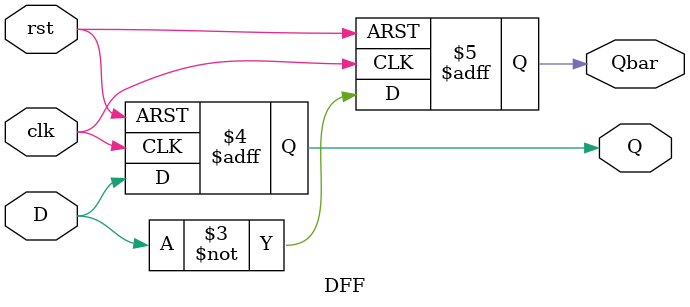
<source format=v>
module DFF(D, clk, rst, Q, Qbar);
input D, clk, rst;
output reg Q, Qbar;

always @(posedge clk or negedge rst)
begin
	if (!rst) begin
		Q = 1'b0;
		Qbar = 1'b1;
	end
	else begin
		Q = D;
		Qbar = ~Q;
	end
end
endmodule

</source>
